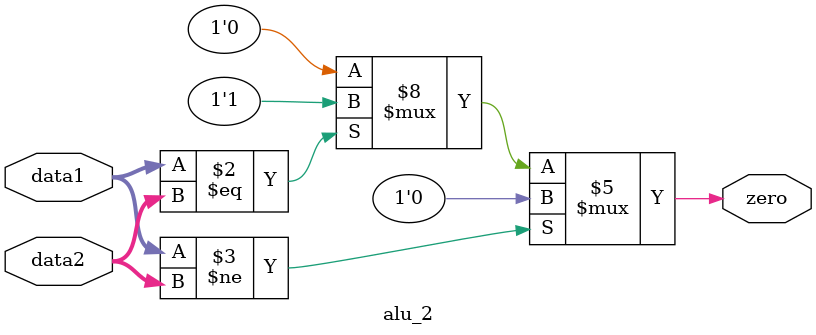
<source format=v>
`timescale 1ns / 1ps
module alu_2(data1, data2, zero);

//?????????????Input Ports?????????????????????????????

input [1:0]data1;	//8 bits of data
input [1:0]data2;	//8 bits of data

//?????????????Output Ports????????????????????????????

output zero; 			//returns 1 if equal

//?????????????Input ports Data Type???????????????????
// By rule all the input ports should be wires
wire [1:0]data1;	//8 bits of data
wire [1:0]data2;	//8 bits of data

//?????????????Output Ports Data Type??????????????????
// Output port can be a storage element (reg) or a wire
reg zero;

//??????----?-??????Instructions---???????????????--???

always begin
	zero = 0;
	if (data1 == data2)
		zero = 1;
	if (data1 != data2)
		zero = 0;
end

endmodule

</source>
